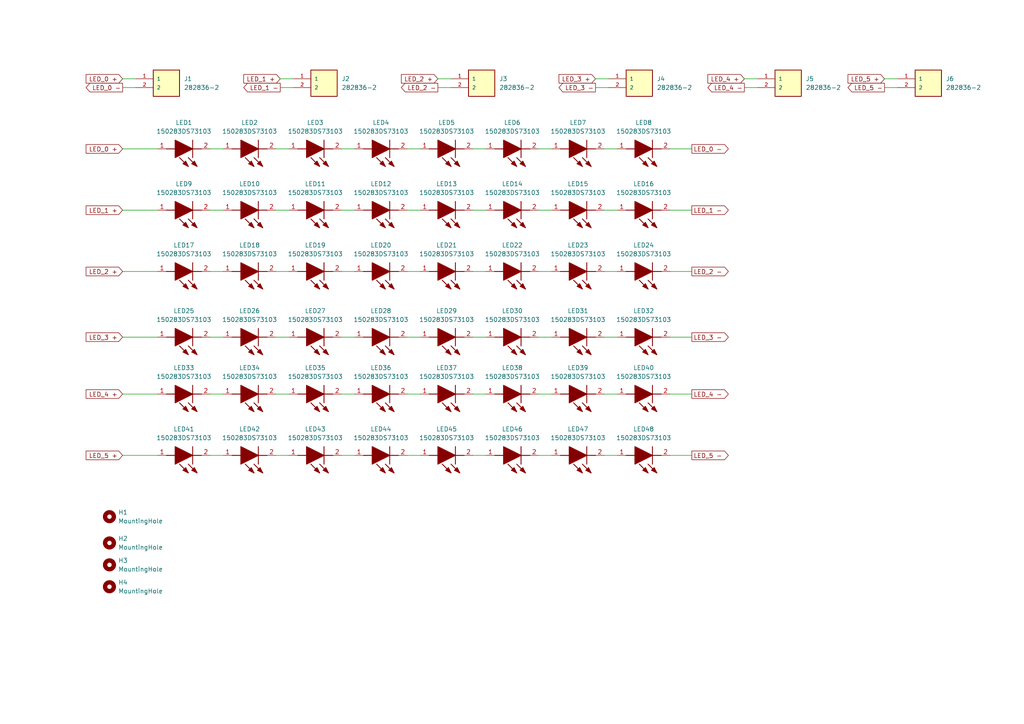
<source format=kicad_sch>
(kicad_sch (version 20230121) (generator eeschema)
  (paper "A4")
  (lib_symbols
    (symbol "150283DS73103:150283DS73103" (pin_names hide)
      (property "Reference" "LED" (at 12.7 8.89 0))
      (property "Value" "150283DS73103" (at 12.7 6.35 0))
      (symbol "150283DS73103_1_1"
        (polyline (pts (xy 2.54 0) (xy 5.08 0)) (stroke (width 0.254)))
        (polyline (pts (xy 5.08 2.54) (xy 5.08 -2.54)) (stroke (width 0.254)))
        (polyline (pts (xy 6.35 2.54) (xy 3.81 5.08)) (stroke (width 0.254)))
        (polyline (pts (xy 8.89 2.54) (xy 6.35 5.08)) (stroke (width 0.254)))
        (polyline (pts (xy 10.16 0) (xy 12.7 0)) (stroke (width 0.254)))
        (polyline (pts (xy 5.08 0) (xy 10.16 2.54) (xy 10.16 -2.54) (xy 5.08 0)) (stroke (width 0.254)) (fill (type outline)))
        (polyline (pts (xy 5.334 4.318) (xy 4.572 3.556) (xy 3.81 5.08) (xy 5.334 4.318)) (stroke (width 0.254)) (fill (type outline)))
        (polyline (pts (xy 7.874 4.318) (xy 7.112 3.556) (xy 6.35 5.08) (xy 7.874 4.318)) (stroke (width 0.254)) (fill (type outline)))
        (pin passive line (at 15.24 0 180) (length 2.54) (name "A") (number "1"))
        (pin passive line (at 0 0 0) (length 2.54) (name "K") (number "2"))
      )
    )
    (symbol "282836-2:282836-2" (pin_names (offset 1.016))
      (property "Reference" "J" (at 0 6.35 0))
      (property "Value" "282836-2" (at 0 -5.08 0))
      (symbol "282836-2_0_0"
        (rectangle (start 0 -2.54) (end 7.62 5.08) (stroke (width 0.254)) (fill (type background)))
        (pin passive line (at -5.08 2.54 0) (length 5.08) (name "1") (number "1"))
        (pin passive line (at -5.08 0 0) (length 5.08) (name "2") (number "2"))
      )
    )
    (symbol "Mechanical:MountingHole" (pin_names (offset 1.016))
      (property "Reference" "H" (at 0 5.08 0))
      (property "Value" "MountingHole" (at 0 3.175 0))
      (symbol "MountingHole_0_1"
        (circle (center 0 0) (radius 1.27) (stroke (width 1.27)))
      )
    )
  )
  (wire (pts (xy 35.56 78.74) (xy 45.72 78.74)))
  (wire (pts (xy 60.96 114.3) (xy 64.77 114.3)))
  (wire (pts (xy 60.96 78.74) (xy 64.77 78.74)))
  (wire (pts (xy 81.28 25.4) (xy 85.09 25.4)))
  (wire (pts (xy 156.21 43.18) (xy 160.02 43.18)))
  (wire (pts (xy 137.16 97.79) (xy 140.97 97.79)))
  (wire (pts (xy 99.06 132.08) (xy 102.87 132.08)))
  (wire (pts (xy 194.31 132.08) (xy 200.66 132.08)))
  (wire (pts (xy 81.28 22.86) (xy 85.09 22.86)))
  (wire (pts (xy 256.54 25.4) (xy 260.35 25.4)))
  (wire (pts (xy 175.26 132.08) (xy 179.07 132.08)))
  (wire (pts (xy 175.26 97.79) (xy 179.07 97.79)))
  (wire (pts (xy 156.21 60.96) (xy 160.02 60.96)))
  (wire (pts (xy 118.11 97.79) (xy 121.92 97.79)))
  (wire (pts (xy 156.21 97.79) (xy 160.02 97.79)))
  (wire (pts (xy 60.96 43.18) (xy 64.77 43.18)))
  (wire (pts (xy 35.56 22.86) (xy 39.37 22.86)))
  (wire (pts (xy 35.56 114.3) (xy 45.72 114.3)))
  (wire (pts (xy 118.11 78.74) (xy 121.92 78.74)))
  (wire (pts (xy 194.31 60.96) (xy 200.66 60.96)))
  (wire (pts (xy 194.31 43.18) (xy 200.66 43.18)))
  (wire (pts (xy 80.01 43.18) (xy 83.82 43.18)))
  (wire (pts (xy 99.06 43.18) (xy 102.87 43.18)))
  (wire (pts (xy 256.54 22.86) (xy 260.35 22.86)))
  (wire (pts (xy 172.72 22.86) (xy 176.53 22.86)))
  (wire (pts (xy 127 25.4) (xy 130.81 25.4)))
  (wire (pts (xy 175.26 78.74) (xy 179.07 78.74)))
  (wire (pts (xy 118.11 132.08) (xy 121.92 132.08)))
  (wire (pts (xy 137.16 78.74) (xy 140.97 78.74)))
  (wire (pts (xy 156.21 114.3) (xy 160.02 114.3)))
  (wire (pts (xy 118.11 43.18) (xy 121.92 43.18)))
  (wire (pts (xy 137.16 60.96) (xy 140.97 60.96)))
  (wire (pts (xy 60.96 60.96) (xy 64.77 60.96)))
  (wire (pts (xy 80.01 114.3) (xy 83.82 114.3)))
  (wire (pts (xy 80.01 97.79) (xy 83.82 97.79)))
  (wire (pts (xy 137.16 43.18) (xy 140.97 43.18)))
  (wire (pts (xy 156.21 132.08) (xy 160.02 132.08)))
  (wire (pts (xy 99.06 78.74) (xy 102.87 78.74)))
  (wire (pts (xy 172.72 25.4) (xy 176.53 25.4)))
  (wire (pts (xy 127 22.86) (xy 130.81 22.86)))
  (wire (pts (xy 35.56 25.4) (xy 39.37 25.4)))
  (wire (pts (xy 99.06 114.3) (xy 102.87 114.3)))
  (wire (pts (xy 156.21 78.74) (xy 160.02 78.74)))
  (wire (pts (xy 99.06 60.96) (xy 102.87 60.96)))
  (wire (pts (xy 175.26 60.96) (xy 179.07 60.96)))
  (wire (pts (xy 35.56 132.08) (xy 45.72 132.08)))
  (wire (pts (xy 60.96 132.08) (xy 64.77 132.08)))
  (wire (pts (xy 137.16 132.08) (xy 140.97 132.08)))
  (wire (pts (xy 80.01 78.74) (xy 83.82 78.74)))
  (wire (pts (xy 35.56 97.79) (xy 45.72 97.79)))
  (wire (pts (xy 215.9 25.4) (xy 219.71 25.4)))
  (wire (pts (xy 118.11 60.96) (xy 121.92 60.96)))
  (wire (pts (xy 175.26 114.3) (xy 179.07 114.3)))
  (wire (pts (xy 194.31 97.79) (xy 200.66 97.79)))
  (wire (pts (xy 80.01 132.08) (xy 83.82 132.08)))
  (wire (pts (xy 194.31 114.3) (xy 200.66 114.3)))
  (wire (pts (xy 35.56 43.18) (xy 45.72 43.18)))
  (wire (pts (xy 60.96 97.79) (xy 64.77 97.79)))
  (wire (pts (xy 118.11 114.3) (xy 121.92 114.3)))
  (wire (pts (xy 175.26 43.18) (xy 179.07 43.18)))
  (wire (pts (xy 194.31 78.74) (xy 200.66 78.74)))
  (wire (pts (xy 80.01 60.96) (xy 83.82 60.96)))
  (wire (pts (xy 99.06 97.79) (xy 102.87 97.79)))
  (wire (pts (xy 137.16 114.3) (xy 140.97 114.3)))
  (wire (pts (xy 215.9 22.86) (xy 219.71 22.86)))
  (wire (pts (xy 35.56 60.96) (xy 45.72 60.96)))
  (global_label "LED_4 -" (shape output) (at 200.66 114.3 0) (property "Intersheetrefs" "${INTERSHEET_REFS}" (effects hide)))
  (global_label "LED_4 +" (shape input) (at 215.9 22.86 180) (property "Intersheetrefs" "${INTERSHEET_REFS}" (effects hide)))
  (global_label "LED_1 -" (shape output) (at 81.28 25.4 180) (property "Intersheetrefs" "${INTERSHEET_REFS}" (effects hide)))
  (global_label "LED_4 +" (shape input) (at 35.56 114.3 180) (property "Intersheetrefs" "${INTERSHEET_REFS}" (effects hide)))
  (global_label "LED_3 -" (shape output) (at 200.66 97.79 0) (property "Intersheetrefs" "${INTERSHEET_REFS}" (effects hide)))
  (global_label "LED_3 +" (shape input) (at 35.56 97.79 180) (property "Intersheetrefs" "${INTERSHEET_REFS}" (effects hide)))
  (global_label "LED_5 +" (shape input) (at 256.54 22.86 180) (property "Intersheetrefs" "${INTERSHEET_REFS}" (effects hide)))
  (global_label "LED_0 +" (shape input) (at 35.56 43.18 180) (property "Intersheetrefs" "${INTERSHEET_REFS}" (effects hide)))
  (global_label "LED_4 -" (shape output) (at 215.9 25.4 180) (property "Intersheetrefs" "${INTERSHEET_REFS}" (effects hide)))
  (global_label "LED_2 +" (shape input) (at 35.56 78.74 180) (property "Intersheetrefs" "${INTERSHEET_REFS}" (effects hide)))
  (global_label "LED_2 -" (shape output) (at 127 25.4 180) (property "Intersheetrefs" "${INTERSHEET_REFS}" (effects hide)))
  (global_label "LED_3 -" (shape output) (at 172.72 25.4 180) (property "Intersheetrefs" "${INTERSHEET_REFS}" (effects hide)))
  (global_label "LED_1 +" (shape input) (at 35.56 60.96 180) (property "Intersheetrefs" "${INTERSHEET_REFS}" (effects hide)))
  (global_label "LED_5 -" (shape output) (at 200.66 132.08 0) (property "Intersheetrefs" "${INTERSHEET_REFS}" (effects hide)))
  (global_label "LED_5 +" (shape input) (at 35.56 132.08 180) (property "Intersheetrefs" "${INTERSHEET_REFS}" (effects hide)))
  (global_label "LED_1 +" (shape input) (at 81.28 22.86 180) (property "Intersheetrefs" "${INTERSHEET_REFS}" (effects hide)))
  (global_label "LED_5 -" (shape output) (at 256.54 25.4 180) (property "Intersheetrefs" "${INTERSHEET_REFS}" (effects hide)))
  (global_label "LED_2 -" (shape output) (at 200.66 78.74 0) (property "Intersheetrefs" "${INTERSHEET_REFS}" (effects hide)))
  (global_label "LED_0 -" (shape output) (at 35.56 25.4 180) (property "Intersheetrefs" "${INTERSHEET_REFS}" (effects hide)))
  (global_label "LED_2 +" (shape input) (at 127 22.86 180) (property "Intersheetrefs" "${INTERSHEET_REFS}" (effects hide)))
  (global_label "LED_1 -" (shape output) (at 200.66 60.96 0) (property "Intersheetrefs" "${INTERSHEET_REFS}" (effects hide)))
  (global_label "LED_0 +" (shape input) (at 35.56 22.86 180) (property "Intersheetrefs" "${INTERSHEET_REFS}" (effects hide)))
  (global_label "LED_3 +" (shape input) (at 172.72 22.86 180) (property "Intersheetrefs" "${INTERSHEET_REFS}" (effects hide)))
  (global_label "LED_0 -" (shape output) (at 200.66 43.18 0) (property "Intersheetrefs" "${INTERSHEET_REFS}" (effects hide)))
  (symbol (lib_id "150283DS73103:150283DS73103") (at 137.16 97.79 180) (unit 1)
    (property "Reference" "LED29" (at 129.54 90.17 0))
    (property "Value" "150283DS73103" (at 129.54 92.71 0))
    (property "Footprint" "150283DS73103" (effects hide))
    (property "Datasheet" "https://www.mouser.jp/datasheet/2/445/150283DS73103-1838914.pdf" (effects hide))
    (property "Height" "0.85" (effects hide))
    (property "Mouser Part Number" "710-150283DS73103" (effects hide))
    (property "Mouser Price/Stock" "https://www.mouser.co.uk/ProductDetail/Wurth-Elektronik/150283DS73103/?qs=GedFDFLaBXFC8uVfOF%252Bhgw%3D%3D" (effects hide))
    (property "Manufacturer_Name" "Wurth Elektronik" (effects hide))
    (property "Manufacturer_Part_Number" "150283DS73103" (effects hide))
  )
  (symbol (lib_id "282836-2:282836-2") (at 265.43 25.4 0) (unit 1)
    (property "Reference" "J6" (at 274.32 22.86 0) (effects (justify left)))
    (property "Value" "282836-2" (at 274.32 25.4 0) (effects (justify left)))
    (property "Footprint" "282836_2:TE_282836-2" (effects hide))
    (property "Comment" "282836-2" (effects hide))
    (property "MF" "TE Connectivity" (effects hide))
    (property "Purchase-URL" "https://pricing.snapeda.com/search/part/282836-2/?ref=eda" (effects hide))
    (property "Package" "None" (effects hide))
    (property "Price" "None" (effects hide))
    (property "MP" "282836-2" (effects hide))
    (property "Availability" "In Stock" (effects hide))
    (property "Description" "Connector, Terminal Block; Wire Receptacle; 2 Pos.; 16-30 AWG; 0.197 in. CL; Sid" (effects hide))
  )
  (symbol (lib_id "150283DS73103:150283DS73103") (at 99.06 97.79 180) (unit 1)
    (property "Reference" "LED27" (at 91.44 90.17 0))
    (property "Value" "150283DS73103" (at 91.44 92.71 0))
    (property "Footprint" "150283DS73103" (effects hide))
    (property "Datasheet" "https://www.mouser.jp/datasheet/2/445/150283DS73103-1838914.pdf" (effects hide))
    (property "Height" "0.85" (effects hide))
    (property "Mouser Part Number" "710-150283DS73103" (effects hide))
    (property "Mouser Price/Stock" "https://www.mouser.co.uk/ProductDetail/Wurth-Elektronik/150283DS73103/?qs=GedFDFLaBXFC8uVfOF%252Bhgw%3D%3D" (effects hide))
    (property "Manufacturer_Name" "Wurth Elektronik" (effects hide))
    (property "Manufacturer_Part_Number" "150283DS73103" (effects hide))
  )
  (symbol (lib_id "150283DS73103:150283DS73103") (at 194.31 60.96 180) (unit 1)
    (property "Reference" "LED16" (at 186.69 53.34 0))
    (property "Value" "150283DS73103" (at 186.69 55.88 0))
    (property "Footprint" "150283DS73103" (effects hide))
    (property "Datasheet" "https://www.mouser.jp/datasheet/2/445/150283DS73103-1838914.pdf" (effects hide))
    (property "Height" "0.85" (effects hide))
    (property "Mouser Part Number" "710-150283DS73103" (effects hide))
    (property "Mouser Price/Stock" "https://www.mouser.co.uk/ProductDetail/Wurth-Elektronik/150283DS73103/?qs=GedFDFLaBXFC8uVfOF%252Bhgw%3D%3D" (effects hide))
    (property "Manufacturer_Name" "Wurth Elektronik" (effects hide))
    (property "Manufacturer_Part_Number" "150283DS73103" (effects hide))
  )
  (symbol (lib_id "150283DS73103:150283DS73103") (at 156.21 78.74 180) (unit 1)
    (property "Reference" "LED22" (at 148.59 71.12 0))
    (property "Value" "150283DS73103" (at 148.59 73.66 0))
    (property "Footprint" "150283DS73103" (effects hide))
    (property "Datasheet" "https://www.mouser.jp/datasheet/2/445/150283DS73103-1838914.pdf" (effects hide))
    (property "Height" "0.85" (effects hide))
    (property "Mouser Part Number" "710-150283DS73103" (effects hide))
    (property "Mouser Price/Stock" "https://www.mouser.co.uk/ProductDetail/Wurth-Elektronik/150283DS73103/?qs=GedFDFLaBXFC8uVfOF%252Bhgw%3D%3D" (effects hide))
    (property "Manufacturer_Name" "Wurth Elektronik" (effects hide))
    (property "Manufacturer_Part_Number" "150283DS73103" (effects hide))
  )
  (symbol (lib_id "Mechanical:MountingHole") (at 31.75 157.48 0) (unit 1)
    (property "Reference" "H2" (at 34.29 156.21 0) (effects (justify left)))
    (property "Value" "MountingHole" (at 34.29 158.75 0) (effects (justify left)))
    (property "Footprint" "MountingHole:MountingHole_2.2mm_M2" (effects hide))
  )
  (symbol (lib_id "150283DS73103:150283DS73103") (at 156.21 97.79 180) (unit 1)
    (property "Reference" "LED30" (at 148.59 90.17 0))
    (property "Value" "150283DS73103" (at 148.59 92.71 0))
    (property "Footprint" "150283DS73103" (effects hide))
    (property "Datasheet" "https://www.mouser.jp/datasheet/2/445/150283DS73103-1838914.pdf" (effects hide))
    (property "Height" "0.85" (effects hide))
    (property "Mouser Part Number" "710-150283DS73103" (effects hide))
    (property "Mouser Price/Stock" "https://www.mouser.co.uk/ProductDetail/Wurth-Elektronik/150283DS73103/?qs=GedFDFLaBXFC8uVfOF%252Bhgw%3D%3D" (effects hide))
    (property "Manufacturer_Name" "Wurth Elektronik" (effects hide))
    (property "Manufacturer_Part_Number" "150283DS73103" (effects hide))
  )
  (symbol (lib_id "150283DS73103:150283DS73103") (at 194.31 78.74 180) (unit 1)
    (property "Reference" "LED24" (at 186.69 71.12 0))
    (property "Value" "150283DS73103" (at 186.69 73.66 0))
    (property "Footprint" "150283DS73103" (effects hide))
    (property "Datasheet" "https://www.mouser.jp/datasheet/2/445/150283DS73103-1838914.pdf" (effects hide))
    (property "Height" "0.85" (effects hide))
    (property "Mouser Part Number" "710-150283DS73103" (effects hide))
    (property "Mouser Price/Stock" "https://www.mouser.co.uk/ProductDetail/Wurth-Elektronik/150283DS73103/?qs=GedFDFLaBXFC8uVfOF%252Bhgw%3D%3D" (effects hide))
    (property "Manufacturer_Name" "Wurth Elektronik" (effects hide))
    (property "Manufacturer_Part_Number" "150283DS73103" (effects hide))
  )
  (symbol (lib_id "150283DS73103:150283DS73103") (at 80.01 97.79 180) (unit 1)
    (property "Reference" "LED26" (at 72.39 90.17 0))
    (property "Value" "150283DS73103" (at 72.39 92.71 0))
    (property "Footprint" "150283DS73103" (effects hide))
    (property "Datasheet" "https://www.mouser.jp/datasheet/2/445/150283DS73103-1838914.pdf" (effects hide))
    (property "Height" "0.85" (effects hide))
    (property "Mouser Part Number" "710-150283DS73103" (effects hide))
    (property "Mouser Price/Stock" "https://www.mouser.co.uk/ProductDetail/Wurth-Elektronik/150283DS73103/?qs=GedFDFLaBXFC8uVfOF%252Bhgw%3D%3D" (effects hide))
    (property "Manufacturer_Name" "Wurth Elektronik" (effects hide))
    (property "Manufacturer_Part_Number" "150283DS73103" (effects hide))
  )
  (symbol (lib_id "Mechanical:MountingHole") (at 31.75 163.83 0) (unit 1)
    (property "Reference" "H3" (at 34.29 162.56 0) (effects (justify left)))
    (property "Value" "MountingHole" (at 34.29 165.1 0) (effects (justify left)))
    (property "Footprint" "MountingHole:MountingHole_2.2mm_M2" (effects hide))
  )
  (symbol (lib_id "150283DS73103:150283DS73103") (at 137.16 132.08 180) (unit 1)
    (property "Reference" "LED45" (at 129.54 124.46 0))
    (property "Value" "150283DS73103" (at 129.54 127 0))
    (property "Footprint" "150283DS73103" (effects hide))
    (property "Datasheet" "https://www.mouser.jp/datasheet/2/445/150283DS73103-1838914.pdf" (effects hide))
    (property "Height" "0.85" (effects hide))
    (property "Mouser Part Number" "710-150283DS73103" (effects hide))
    (property "Mouser Price/Stock" "https://www.mouser.co.uk/ProductDetail/Wurth-Elektronik/150283DS73103/?qs=GedFDFLaBXFC8uVfOF%252Bhgw%3D%3D" (effects hide))
    (property "Manufacturer_Name" "Wurth Elektronik" (effects hide))
    (property "Manufacturer_Part_Number" "150283DS73103" (effects hide))
  )
  (symbol (lib_id "150283DS73103:150283DS73103") (at 175.26 132.08 180) (unit 1)
    (property "Reference" "LED47" (at 167.64 124.46 0))
    (property "Value" "150283DS73103" (at 167.64 127 0))
    (property "Footprint" "150283DS73103" (effects hide))
    (property "Datasheet" "https://www.mouser.jp/datasheet/2/445/150283DS73103-1838914.pdf" (effects hide))
    (property "Height" "0.85" (effects hide))
    (property "Mouser Part Number" "710-150283DS73103" (effects hide))
    (property "Mouser Price/Stock" "https://www.mouser.co.uk/ProductDetail/Wurth-Elektronik/150283DS73103/?qs=GedFDFLaBXFC8uVfOF%252Bhgw%3D%3D" (effects hide))
    (property "Manufacturer_Name" "Wurth Elektronik" (effects hide))
    (property "Manufacturer_Part_Number" "150283DS73103" (effects hide))
  )
  (symbol (lib_id "150283DS73103:150283DS73103") (at 175.26 97.79 180) (unit 1)
    (property "Reference" "LED31" (at 167.64 90.17 0))
    (property "Value" "150283DS73103" (at 167.64 92.71 0))
    (property "Footprint" "150283DS73103" (effects hide))
    (property "Datasheet" "https://www.mouser.jp/datasheet/2/445/150283DS73103-1838914.pdf" (effects hide))
    (property "Height" "0.85" (effects hide))
    (property "Mouser Part Number" "710-150283DS73103" (effects hide))
    (property "Mouser Price/Stock" "https://www.mouser.co.uk/ProductDetail/Wurth-Elektronik/150283DS73103/?qs=GedFDFLaBXFC8uVfOF%252Bhgw%3D%3D" (effects hide))
    (property "Manufacturer_Name" "Wurth Elektronik" (effects hide))
    (property "Manufacturer_Part_Number" "150283DS73103" (effects hide))
  )
  (symbol (lib_id "150283DS73103:150283DS73103") (at 60.96 132.08 180) (unit 1)
    (property "Reference" "LED41" (at 53.34 124.46 0))
    (property "Value" "150283DS73103" (at 53.34 127 0))
    (property "Footprint" "150283DS73103" (effects hide))
    (property "Datasheet" "https://www.mouser.jp/datasheet/2/445/150283DS73103-1838914.pdf" (effects hide))
    (property "Height" "0.85" (effects hide))
    (property "Mouser Part Number" "710-150283DS73103" (effects hide))
    (property "Mouser Price/Stock" "https://www.mouser.co.uk/ProductDetail/Wurth-Elektronik/150283DS73103/?qs=GedFDFLaBXFC8uVfOF%252Bhgw%3D%3D" (effects hide))
    (property "Manufacturer_Name" "Wurth Elektronik" (effects hide))
    (property "Manufacturer_Part_Number" "150283DS73103" (effects hide))
  )
  (symbol (lib_id "150283DS73103:150283DS73103") (at 99.06 114.3 180) (unit 1)
    (property "Reference" "LED35" (at 91.44 106.68 0))
    (property "Value" "150283DS73103" (at 91.44 109.22 0))
    (property "Footprint" "150283DS73103" (effects hide))
    (property "Datasheet" "https://www.mouser.jp/datasheet/2/445/150283DS73103-1838914.pdf" (effects hide))
    (property "Height" "0.85" (effects hide))
    (property "Mouser Part Number" "710-150283DS73103" (effects hide))
    (property "Mouser Price/Stock" "https://www.mouser.co.uk/ProductDetail/Wurth-Elektronik/150283DS73103/?qs=GedFDFLaBXFC8uVfOF%252Bhgw%3D%3D" (effects hide))
    (property "Manufacturer_Name" "Wurth Elektronik" (effects hide))
    (property "Manufacturer_Part_Number" "150283DS73103" (effects hide))
  )
  (symbol (lib_id "150283DS73103:150283DS73103") (at 80.01 60.96 180) (unit 1)
    (property "Reference" "LED10" (at 72.39 53.34 0))
    (property "Value" "150283DS73103" (at 72.39 55.88 0))
    (property "Footprint" "150283DS73103" (effects hide))
    (property "Datasheet" "https://www.mouser.jp/datasheet/2/445/150283DS73103-1838914.pdf" (effects hide))
    (property "Height" "0.85" (effects hide))
    (property "Mouser Part Number" "710-150283DS73103" (effects hide))
    (property "Mouser Price/Stock" "https://www.mouser.co.uk/ProductDetail/Wurth-Elektronik/150283DS73103/?qs=GedFDFLaBXFC8uVfOF%252Bhgw%3D%3D" (effects hide))
    (property "Manufacturer_Name" "Wurth Elektronik" (effects hide))
    (property "Manufacturer_Part_Number" "150283DS73103" (effects hide))
  )
  (symbol (lib_id "282836-2:282836-2") (at 135.89 25.4 0) (unit 1)
    (property "Reference" "J3" (at 144.78 22.86 0) (effects (justify left)))
    (property "Value" "282836-2" (at 144.78 25.4 0) (effects (justify left)))
    (property "Footprint" "282836_2:TE_282836-2" (effects hide))
    (property "Comment" "282836-2" (effects hide))
    (property "MF" "TE Connectivity" (effects hide))
    (property "Purchase-URL" "https://pricing.snapeda.com/search/part/282836-2/?ref=eda" (effects hide))
    (property "Package" "None" (effects hide))
    (property "Price" "None" (effects hide))
    (property "MP" "282836-2" (effects hide))
    (property "Availability" "In Stock" (effects hide))
    (property "Description" "Connector, Terminal Block; Wire Receptacle; 2 Pos.; 16-30 AWG; 0.197 in. CL; Sid" (effects hide))
  )
  (symbol (lib_id "150283DS73103:150283DS73103") (at 99.06 43.18 180) (unit 1)
    (property "Reference" "LED3" (at 91.44 35.56 0))
    (property "Value" "150283DS73103" (at 91.44 38.1 0))
    (property "Footprint" "150283DS73103" (effects hide))
    (property "Datasheet" "https://www.mouser.jp/datasheet/2/445/150283DS73103-1838914.pdf" (effects hide))
    (property "Height" "0.85" (effects hide))
    (property "Mouser Part Number" "710-150283DS73103" (effects hide))
    (property "Mouser Price/Stock" "https://www.mouser.co.uk/ProductDetail/Wurth-Elektronik/150283DS73103/?qs=GedFDFLaBXFC8uVfOF%252Bhgw%3D%3D" (effects hide))
    (property "Manufacturer_Name" "Wurth Elektronik" (effects hide))
    (property "Manufacturer_Part_Number" "150283DS73103" (effects hide))
  )
  (symbol (lib_id "150283DS73103:150283DS73103") (at 80.01 43.18 180) (unit 1)
    (property "Reference" "LED2" (at 72.39 35.56 0))
    (property "Value" "150283DS73103" (at 72.39 38.1 0))
    (property "Footprint" "150283DS73103" (effects hide))
    (property "Datasheet" "https://www.mouser.jp/datasheet/2/445/150283DS73103-1838914.pdf" (effects hide))
    (property "Height" "0.85" (effects hide))
    (property "Mouser Part Number" "710-150283DS73103" (effects hide))
    (property "Mouser Price/Stock" "https://www.mouser.co.uk/ProductDetail/Wurth-Elektronik/150283DS73103/?qs=GedFDFLaBXFC8uVfOF%252Bhgw%3D%3D" (effects hide))
    (property "Manufacturer_Name" "Wurth Elektronik" (effects hide))
    (property "Manufacturer_Part_Number" "150283DS73103" (effects hide))
  )
  (symbol (lib_id "150283DS73103:150283DS73103") (at 60.96 60.96 180) (unit 1)
    (property "Reference" "LED9" (at 53.34 53.34 0))
    (property "Value" "150283DS73103" (at 53.34 55.88 0))
    (property "Footprint" "150283DS73103" (effects hide))
    (property "Datasheet" "https://www.mouser.jp/datasheet/2/445/150283DS73103-1838914.pdf" (effects hide))
    (property "Height" "0.85" (effects hide))
    (property "Mouser Part Number" "710-150283DS73103" (effects hide))
    (property "Mouser Price/Stock" "https://www.mouser.co.uk/ProductDetail/Wurth-Elektronik/150283DS73103/?qs=GedFDFLaBXFC8uVfOF%252Bhgw%3D%3D" (effects hide))
    (property "Manufacturer_Name" "Wurth Elektronik" (effects hide))
    (property "Manufacturer_Part_Number" "150283DS73103" (effects hide))
  )
  (symbol (lib_id "282836-2:282836-2") (at 224.79 25.4 0) (unit 1)
    (property "Reference" "J5" (at 233.68 22.86 0) (effects (justify left)))
    (property "Value" "282836-2" (at 233.68 25.4 0) (effects (justify left)))
    (property "Footprint" "282836_2:TE_282836-2" (effects hide))
    (property "Comment" "282836-2" (effects hide))
    (property "MF" "TE Connectivity" (effects hide))
    (property "Purchase-URL" "https://pricing.snapeda.com/search/part/282836-2/?ref=eda" (effects hide))
    (property "Package" "None" (effects hide))
    (property "Price" "None" (effects hide))
    (property "MP" "282836-2" (effects hide))
    (property "Availability" "In Stock" (effects hide))
    (property "Description" "Connector, Terminal Block; Wire Receptacle; 2 Pos.; 16-30 AWG; 0.197 in. CL; Sid" (effects hide))
  )
  (symbol (lib_id "282836-2:282836-2") (at 44.45 25.4 0) (unit 1)
    (property "Reference" "J1" (at 53.34 22.86 0) (effects (justify left)))
    (property "Value" "282836-2" (at 53.34 25.4 0) (effects (justify left)))
    (property "Footprint" "282836_2:TE_282836-2" (effects hide))
    (property "Comment" "282836-2" (effects hide))
    (property "MF" "TE Connectivity" (effects hide))
    (property "Purchase-URL" "https://pricing.snapeda.com/search/part/282836-2/?ref=eda" (effects hide))
    (property "Package" "None" (effects hide))
    (property "Price" "None" (effects hide))
    (property "MP" "282836-2" (effects hide))
    (property "Availability" "In Stock" (effects hide))
    (property "Description" "Connector, Terminal Block; Wire Receptacle; 2 Pos.; 16-30 AWG; 0.197 in. CL; Sid" (effects hide))
  )
  (symbol (lib_id "282836-2:282836-2") (at 90.17 25.4 0) (unit 1)
    (property "Reference" "J2" (at 99.06 22.86 0) (effects (justify left)))
    (property "Value" "282836-2" (at 99.06 25.4 0) (effects (justify left)))
    (property "Footprint" "282836_2:TE_282836-2" (effects hide))
    (property "Comment" "282836-2" (effects hide))
    (property "MF" "TE Connectivity" (effects hide))
    (property "Purchase-URL" "https://pricing.snapeda.com/search/part/282836-2/?ref=eda" (effects hide))
    (property "Package" "None" (effects hide))
    (property "Price" "None" (effects hide))
    (property "MP" "282836-2" (effects hide))
    (property "Availability" "In Stock" (effects hide))
    (property "Description" "Connector, Terminal Block; Wire Receptacle; 2 Pos.; 16-30 AWG; 0.197 in. CL; Sid" (effects hide))
  )
  (symbol (lib_id "150283DS73103:150283DS73103") (at 137.16 60.96 180) (unit 1)
    (property "Reference" "LED13" (at 129.54 53.34 0))
    (property "Value" "150283DS73103" (at 129.54 55.88 0))
    (property "Footprint" "150283DS73103" (effects hide))
    (property "Datasheet" "https://www.mouser.jp/datasheet/2/445/150283DS73103-1838914.pdf" (effects hide))
    (property "Height" "0.85" (effects hide))
    (property "Mouser Part Number" "710-150283DS73103" (effects hide))
    (property "Mouser Price/Stock" "https://www.mouser.co.uk/ProductDetail/Wurth-Elektronik/150283DS73103/?qs=GedFDFLaBXFC8uVfOF%252Bhgw%3D%3D" (effects hide))
    (property "Manufacturer_Name" "Wurth Elektronik" (effects hide))
    (property "Manufacturer_Part_Number" "150283DS73103" (effects hide))
  )
  (symbol (lib_id "150283DS73103:150283DS73103") (at 156.21 132.08 180) (unit 1)
    (property "Reference" "LED46" (at 148.59 124.46 0))
    (property "Value" "150283DS73103" (at 148.59 127 0))
    (property "Footprint" "150283DS73103" (effects hide))
    (property "Datasheet" "https://www.mouser.jp/datasheet/2/445/150283DS73103-1838914.pdf" (effects hide))
    (property "Height" "0.85" (effects hide))
    (property "Mouser Part Number" "710-150283DS73103" (effects hide))
    (property "Mouser Price/Stock" "https://www.mouser.co.uk/ProductDetail/Wurth-Elektronik/150283DS73103/?qs=GedFDFLaBXFC8uVfOF%252Bhgw%3D%3D" (effects hide))
    (property "Manufacturer_Name" "Wurth Elektronik" (effects hide))
    (property "Manufacturer_Part_Number" "150283DS73103" (effects hide))
  )
  (symbol (lib_id "150283DS73103:150283DS73103") (at 80.01 114.3 180) (unit 1)
    (property "Reference" "LED34" (at 72.39 106.68 0))
    (property "Value" "150283DS73103" (at 72.39 109.22 0))
    (property "Footprint" "150283DS73103" (effects hide))
    (property "Datasheet" "https://www.mouser.jp/datasheet/2/445/150283DS73103-1838914.pdf" (effects hide))
    (property "Height" "0.85" (effects hide))
    (property "Mouser Part Number" "710-150283DS73103" (effects hide))
    (property "Mouser Price/Stock" "https://www.mouser.co.uk/ProductDetail/Wurth-Elektronik/150283DS73103/?qs=GedFDFLaBXFC8uVfOF%252Bhgw%3D%3D" (effects hide))
    (property "Manufacturer_Name" "Wurth Elektronik" (effects hide))
    (property "Manufacturer_Part_Number" "150283DS73103" (effects hide))
  )
  (symbol (lib_id "150283DS73103:150283DS73103") (at 118.11 60.96 180) (unit 1)
    (property "Reference" "LED12" (at 110.49 53.34 0))
    (property "Value" "150283DS73103" (at 110.49 55.88 0))
    (property "Footprint" "150283DS73103" (effects hide))
    (property "Datasheet" "https://www.mouser.jp/datasheet/2/445/150283DS73103-1838914.pdf" (effects hide))
    (property "Height" "0.85" (effects hide))
    (property "Mouser Part Number" "710-150283DS73103" (effects hide))
    (property "Mouser Price/Stock" "https://www.mouser.co.uk/ProductDetail/Wurth-Elektronik/150283DS73103/?qs=GedFDFLaBXFC8uVfOF%252Bhgw%3D%3D" (effects hide))
    (property "Manufacturer_Name" "Wurth Elektronik" (effects hide))
    (property "Manufacturer_Part_Number" "150283DS73103" (effects hide))
  )
  (symbol (lib_id "150283DS73103:150283DS73103") (at 118.11 43.18 180) (unit 1)
    (property "Reference" "LED4" (at 110.49 35.56 0))
    (property "Value" "150283DS73103" (at 110.49 38.1 0))
    (property "Footprint" "150283DS73103" (effects hide))
    (property "Datasheet" "https://www.mouser.jp/datasheet/2/445/150283DS73103-1838914.pdf" (effects hide))
    (property "Height" "0.85" (effects hide))
    (property "Mouser Part Number" "710-150283DS73103" (effects hide))
    (property "Mouser Price/Stock" "https://www.mouser.co.uk/ProductDetail/Wurth-Elektronik/150283DS73103/?qs=GedFDFLaBXFC8uVfOF%252Bhgw%3D%3D" (effects hide))
    (property "Manufacturer_Name" "Wurth Elektronik" (effects hide))
    (property "Manufacturer_Part_Number" "150283DS73103" (effects hide))
  )
  (symbol (lib_id "150283DS73103:150283DS73103") (at 194.31 132.08 180) (unit 1)
    (property "Reference" "LED48" (at 186.69 124.46 0))
    (property "Value" "150283DS73103" (at 186.69 127 0))
    (property "Footprint" "150283DS73103" (effects hide))
    (property "Datasheet" "https://www.mouser.jp/datasheet/2/445/150283DS73103-1838914.pdf" (effects hide))
    (property "Height" "0.85" (effects hide))
    (property "Mouser Part Number" "710-150283DS73103" (effects hide))
    (property "Mouser Price/Stock" "https://www.mouser.co.uk/ProductDetail/Wurth-Elektronik/150283DS73103/?qs=GedFDFLaBXFC8uVfOF%252Bhgw%3D%3D" (effects hide))
    (property "Manufacturer_Name" "Wurth Elektronik" (effects hide))
    (property "Manufacturer_Part_Number" "150283DS73103" (effects hide))
  )
  (symbol (lib_id "150283DS73103:150283DS73103") (at 80.01 78.74 180) (unit 1)
    (property "Reference" "LED18" (at 72.39 71.12 0))
    (property "Value" "150283DS73103" (at 72.39 73.66 0))
    (property "Footprint" "150283DS73103" (effects hide))
    (property "Datasheet" "https://www.mouser.jp/datasheet/2/445/150283DS73103-1838914.pdf" (effects hide))
    (property "Height" "0.85" (effects hide))
    (property "Mouser Part Number" "710-150283DS73103" (effects hide))
    (property "Mouser Price/Stock" "https://www.mouser.co.uk/ProductDetail/Wurth-Elektronik/150283DS73103/?qs=GedFDFLaBXFC8uVfOF%252Bhgw%3D%3D" (effects hide))
    (property "Manufacturer_Name" "Wurth Elektronik" (effects hide))
    (property "Manufacturer_Part_Number" "150283DS73103" (effects hide))
  )
  (symbol (lib_id "150283DS73103:150283DS73103") (at 60.96 43.18 180) (unit 1)
    (property "Reference" "LED1" (at 53.34 35.56 0))
    (property "Value" "150283DS73103" (at 53.34 38.1 0))
    (property "Footprint" "150283DS73103:150283DS73103" (effects hide))
    (property "Datasheet" "https://www.mouser.jp/datasheet/2/445/150283DS73103-1838914.pdf" (effects hide))
    (property "Height" "0.85" (effects hide))
    (property "Mouser Part Number" "710-150283DS73103" (effects hide))
    (property "Mouser Price/Stock" "https://www.mouser.co.uk/ProductDetail/Wurth-Elektronik/150283DS73103/?qs=GedFDFLaBXFC8uVfOF%252Bhgw%3D%3D" (effects hide))
    (property "Manufacturer_Name" "Wurth Elektronik" (effects hide))
    (property "Manufacturer_Part_Number" "150283DS73103" (effects hide))
  )
  (symbol (lib_id "282836-2:282836-2") (at 181.61 25.4 0) (unit 1)
    (property "Reference" "J4" (at 190.5 22.86 0) (effects (justify left)))
    (property "Value" "282836-2" (at 190.5 25.4 0) (effects (justify left)))
    (property "Footprint" "282836_2:TE_282836-2" (effects hide))
    (property "Comment" "282836-2" (effects hide))
    (property "MF" "TE Connectivity" (effects hide))
    (property "Purchase-URL" "https://pricing.snapeda.com/search/part/282836-2/?ref=eda" (effects hide))
    (property "Package" "None" (effects hide))
    (property "Price" "None" (effects hide))
    (property "MP" "282836-2" (effects hide))
    (property "Availability" "In Stock" (effects hide))
    (property "Description" "Connector, Terminal Block; Wire Receptacle; 2 Pos.; 16-30 AWG; 0.197 in. CL; Sid" (effects hide))
  )
  (symbol (lib_id "150283DS73103:150283DS73103") (at 118.11 114.3 180) (unit 1)
    (property "Reference" "LED36" (at 110.49 106.68 0))
    (property "Value" "150283DS73103" (at 110.49 109.22 0))
    (property "Footprint" "150283DS73103" (effects hide))
    (property "Datasheet" "https://www.mouser.jp/datasheet/2/445/150283DS73103-1838914.pdf" (effects hide))
    (property "Height" "0.85" (effects hide))
    (property "Mouser Part Number" "710-150283DS73103" (effects hide))
    (property "Mouser Price/Stock" "https://www.mouser.co.uk/ProductDetail/Wurth-Elektronik/150283DS73103/?qs=GedFDFLaBXFC8uVfOF%252Bhgw%3D%3D" (effects hide))
    (property "Manufacturer_Name" "Wurth Elektronik" (effects hide))
    (property "Manufacturer_Part_Number" "150283DS73103" (effects hide))
  )
  (symbol (lib_id "150283DS73103:150283DS73103") (at 118.11 132.08 180) (unit 1)
    (property "Reference" "LED44" (at 110.49 124.46 0))
    (property "Value" "150283DS73103" (at 110.49 127 0))
    (property "Footprint" "150283DS73103" (effects hide))
    (property "Datasheet" "https://www.mouser.jp/datasheet/2/445/150283DS73103-1838914.pdf" (effects hide))
    (property "Height" "0.85" (effects hide))
    (property "Mouser Part Number" "710-150283DS73103" (effects hide))
    (property "Mouser Price/Stock" "https://www.mouser.co.uk/ProductDetail/Wurth-Elektronik/150283DS73103/?qs=GedFDFLaBXFC8uVfOF%252Bhgw%3D%3D" (effects hide))
    (property "Manufacturer_Name" "Wurth Elektronik" (effects hide))
    (property "Manufacturer_Part_Number" "150283DS73103" (effects hide))
  )
  (symbol (lib_id "150283DS73103:150283DS73103") (at 60.96 78.74 180) (unit 1)
    (property "Reference" "LED17" (at 53.34 71.12 0))
    (property "Value" "150283DS73103" (at 53.34 73.66 0))
    (property "Footprint" "150283DS73103" (effects hide))
    (property "Datasheet" "https://www.mouser.jp/datasheet/2/445/150283DS73103-1838914.pdf" (effects hide))
    (property "Height" "0.85" (effects hide))
    (property "Mouser Part Number" "710-150283DS73103" (effects hide))
    (property "Mouser Price/Stock" "https://www.mouser.co.uk/ProductDetail/Wurth-Elektronik/150283DS73103/?qs=GedFDFLaBXFC8uVfOF%252Bhgw%3D%3D" (effects hide))
    (property "Manufacturer_Name" "Wurth Elektronik" (effects hide))
    (property "Manufacturer_Part_Number" "150283DS73103" (effects hide))
  )
  (symbol (lib_id "Mechanical:MountingHole") (at 31.75 149.86 0) (unit 1)
    (property "Reference" "H1" (at 34.29 148.59 0) (effects (justify left)))
    (property "Value" "MountingHole" (at 34.29 151.13 0) (effects (justify left)))
    (property "Footprint" "MountingHole:MountingHole_2.2mm_M2" (effects hide))
  )
  (symbol (lib_id "150283DS73103:150283DS73103") (at 137.16 114.3 180) (unit 1)
    (property "Reference" "LED37" (at 129.54 106.68 0))
    (property "Value" "150283DS73103" (at 129.54 109.22 0))
    (property "Footprint" "150283DS73103" (effects hide))
    (property "Datasheet" "https://www.mouser.jp/datasheet/2/445/150283DS73103-1838914.pdf" (effects hide))
    (property "Height" "0.85" (effects hide))
    (property "Mouser Part Number" "710-150283DS73103" (effects hide))
    (property "Mouser Price/Stock" "https://www.mouser.co.uk/ProductDetail/Wurth-Elektronik/150283DS73103/?qs=GedFDFLaBXFC8uVfOF%252Bhgw%3D%3D" (effects hide))
    (property "Manufacturer_Name" "Wurth Elektronik" (effects hide))
    (property "Manufacturer_Part_Number" "150283DS73103" (effects hide))
  )
  (symbol (lib_id "150283DS73103:150283DS73103") (at 118.11 78.74 180) (unit 1)
    (property "Reference" "LED20" (at 110.49 71.12 0))
    (property "Value" "150283DS73103" (at 110.49 73.66 0))
    (property "Footprint" "150283DS73103" (effects hide))
    (property "Datasheet" "https://www.mouser.jp/datasheet/2/445/150283DS73103-1838914.pdf" (effects hide))
    (property "Height" "0.85" (effects hide))
    (property "Mouser Part Number" "710-150283DS73103" (effects hide))
    (property "Mouser Price/Stock" "https://www.mouser.co.uk/ProductDetail/Wurth-Elektronik/150283DS73103/?qs=GedFDFLaBXFC8uVfOF%252Bhgw%3D%3D" (effects hide))
    (property "Manufacturer_Name" "Wurth Elektronik" (effects hide))
    (property "Manufacturer_Part_Number" "150283DS73103" (effects hide))
  )
  (symbol (lib_id "150283DS73103:150283DS73103") (at 99.06 60.96 180) (unit 1)
    (property "Reference" "LED11" (at 91.44 53.34 0))
    (property "Value" "150283DS73103" (at 91.44 55.88 0))
    (property "Footprint" "150283DS73103" (effects hide))
    (property "Datasheet" "https://www.mouser.jp/datasheet/2/445/150283DS73103-1838914.pdf" (effects hide))
    (property "Height" "0.85" (effects hide))
    (property "Mouser Part Number" "710-150283DS73103" (effects hide))
    (property "Mouser Price/Stock" "https://www.mouser.co.uk/ProductDetail/Wurth-Elektronik/150283DS73103/?qs=GedFDFLaBXFC8uVfOF%252Bhgw%3D%3D" (effects hide))
    (property "Manufacturer_Name" "Wurth Elektronik" (effects hide))
    (property "Manufacturer_Part_Number" "150283DS73103" (effects hide))
  )
  (symbol (lib_id "150283DS73103:150283DS73103") (at 99.06 78.74 180) (unit 1)
    (property "Reference" "LED19" (at 91.44 71.12 0))
    (property "Value" "150283DS73103" (at 91.44 73.66 0))
    (property "Footprint" "150283DS73103" (effects hide))
    (property "Datasheet" "https://www.mouser.jp/datasheet/2/445/150283DS73103-1838914.pdf" (effects hide))
    (property "Height" "0.85" (effects hide))
    (property "Mouser Part Number" "710-150283DS73103" (effects hide))
    (property "Mouser Price/Stock" "https://www.mouser.co.uk/ProductDetail/Wurth-Elektronik/150283DS73103/?qs=GedFDFLaBXFC8uVfOF%252Bhgw%3D%3D" (effects hide))
    (property "Manufacturer_Name" "Wurth Elektronik" (effects hide))
    (property "Manufacturer_Part_Number" "150283DS73103" (effects hide))
  )
  (symbol (lib_id "150283DS73103:150283DS73103") (at 156.21 114.3 180) (unit 1)
    (property "Reference" "LED38" (at 148.59 106.68 0))
    (property "Value" "150283DS73103" (at 148.59 109.22 0))
    (property "Footprint" "150283DS73103" (effects hide))
    (property "Datasheet" "https://www.mouser.jp/datasheet/2/445/150283DS73103-1838914.pdf" (effects hide))
    (property "Height" "0.85" (effects hide))
    (property "Mouser Part Number" "710-150283DS73103" (effects hide))
    (property "Mouser Price/Stock" "https://www.mouser.co.uk/ProductDetail/Wurth-Elektronik/150283DS73103/?qs=GedFDFLaBXFC8uVfOF%252Bhgw%3D%3D" (effects hide))
    (property "Manufacturer_Name" "Wurth Elektronik" (effects hide))
    (property "Manufacturer_Part_Number" "150283DS73103" (effects hide))
  )
  (symbol (lib_id "150283DS73103:150283DS73103") (at 194.31 114.3 180) (unit 1)
    (property "Reference" "LED40" (at 186.69 106.68 0))
    (property "Value" "150283DS73103" (at 186.69 109.22 0))
    (property "Footprint" "150283DS73103" (effects hide))
    (property "Datasheet" "https://www.mouser.jp/datasheet/2/445/150283DS73103-1838914.pdf" (effects hide))
    (property "Height" "0.85" (effects hide))
    (property "Mouser Part Number" "710-150283DS73103" (effects hide))
    (property "Mouser Price/Stock" "https://www.mouser.co.uk/ProductDetail/Wurth-Elektronik/150283DS73103/?qs=GedFDFLaBXFC8uVfOF%252Bhgw%3D%3D" (effects hide))
    (property "Manufacturer_Name" "Wurth Elektronik" (effects hide))
    (property "Manufacturer_Part_Number" "150283DS73103" (effects hide))
  )
  (symbol (lib_id "150283DS73103:150283DS73103") (at 60.96 97.79 180) (unit 1)
    (property "Reference" "LED25" (at 53.34 90.17 0))
    (property "Value" "150283DS73103" (at 53.34 92.71 0))
    (property "Footprint" "150283DS73103" (effects hide))
    (property "Datasheet" "https://www.mouser.jp/datasheet/2/445/150283DS73103-1838914.pdf" (effects hide))
    (property "Height" "0.85" (effects hide))
    (property "Mouser Part Number" "710-150283DS73103" (effects hide))
    (property "Mouser Price/Stock" "https://www.mouser.co.uk/ProductDetail/Wurth-Elektronik/150283DS73103/?qs=GedFDFLaBXFC8uVfOF%252Bhgw%3D%3D" (effects hide))
    (property "Manufacturer_Name" "Wurth Elektronik" (effects hide))
    (property "Manufacturer_Part_Number" "150283DS73103" (effects hide))
  )
  (symbol (lib_id "150283DS73103:150283DS73103") (at 156.21 43.18 180) (unit 1)
    (property "Reference" "LED6" (at 148.59 35.56 0))
    (property "Value" "150283DS73103" (at 148.59 38.1 0))
    (property "Footprint" "150283DS73103" (effects hide))
    (property "Datasheet" "https://www.mouser.jp/datasheet/2/445/150283DS73103-1838914.pdf" (effects hide))
    (property "Height" "0.85" (effects hide))
    (property "Mouser Part Number" "710-150283DS73103" (effects hide))
    (property "Mouser Price/Stock" "https://www.mouser.co.uk/ProductDetail/Wurth-Elektronik/150283DS73103/?qs=GedFDFLaBXFC8uVfOF%252Bhgw%3D%3D" (effects hide))
    (property "Manufacturer_Name" "Wurth Elektronik" (effects hide))
    (property "Manufacturer_Part_Number" "150283DS73103" (effects hide))
  )
  (symbol (lib_id "150283DS73103:150283DS73103") (at 175.26 114.3 180) (unit 1)
    (property "Reference" "LED39" (at 167.64 106.68 0))
    (property "Value" "150283DS73103" (at 167.64 109.22 0))
    (property "Footprint" "150283DS73103" (effects hide))
    (property "Datasheet" "https://www.mouser.jp/datasheet/2/445/150283DS73103-1838914.pdf" (effects hide))
    (property "Height" "0.85" (effects hide))
    (property "Mouser Part Number" "710-150283DS73103" (effects hide))
    (property "Mouser Price/Stock" "https://www.mouser.co.uk/ProductDetail/Wurth-Elektronik/150283DS73103/?qs=GedFDFLaBXFC8uVfOF%252Bhgw%3D%3D" (effects hide))
    (property "Manufacturer_Name" "Wurth Elektronik" (effects hide))
    (property "Manufacturer_Part_Number" "150283DS73103" (effects hide))
  )
  (symbol (lib_id "150283DS73103:150283DS73103") (at 60.96 114.3 180) (unit 1)
    (property "Reference" "LED33" (at 53.34 106.68 0))
    (property "Value" "150283DS73103" (at 53.34 109.22 0))
    (property "Footprint" "150283DS73103" (effects hide))
    (property "Datasheet" "https://www.mouser.jp/datasheet/2/445/150283DS73103-1838914.pdf" (effects hide))
    (property "Height" "0.85" (effects hide))
    (property "Mouser Part Number" "710-150283DS73103" (effects hide))
    (property "Mouser Price/Stock" "https://www.mouser.co.uk/ProductDetail/Wurth-Elektronik/150283DS73103/?qs=GedFDFLaBXFC8uVfOF%252Bhgw%3D%3D" (effects hide))
    (property "Manufacturer_Name" "Wurth Elektronik" (effects hide))
    (property "Manufacturer_Part_Number" "150283DS73103" (effects hide))
  )
  (symbol (lib_id "150283DS73103:150283DS73103") (at 80.01 132.08 180) (unit 1)
    (property "Reference" "LED42" (at 72.39 124.46 0))
    (property "Value" "150283DS73103" (at 72.39 127 0))
    (property "Footprint" "150283DS73103" (effects hide))
    (property "Datasheet" "https://www.mouser.jp/datasheet/2/445/150283DS73103-1838914.pdf" (effects hide))
    (property "Height" "0.85" (effects hide))
    (property "Mouser Part Number" "710-150283DS73103" (effects hide))
    (property "Mouser Price/Stock" "https://www.mouser.co.uk/ProductDetail/Wurth-Elektronik/150283DS73103/?qs=GedFDFLaBXFC8uVfOF%252Bhgw%3D%3D" (effects hide))
    (property "Manufacturer_Name" "Wurth Elektronik" (effects hide))
    (property "Manufacturer_Part_Number" "150283DS73103" (effects hide))
  )
  (symbol (lib_id "150283DS73103:150283DS73103") (at 137.16 43.18 180) (unit 1)
    (property "Reference" "LED5" (at 129.54 35.56 0))
    (property "Value" "150283DS73103" (at 129.54 38.1 0))
    (property "Footprint" "150283DS73103" (effects hide))
    (property "Datasheet" "https://www.mouser.jp/datasheet/2/445/150283DS73103-1838914.pdf" (effects hide))
    (property "Height" "0.85" (effects hide))
    (property "Mouser Part Number" "710-150283DS73103" (effects hide))
    (property "Mouser Price/Stock" "https://www.mouser.co.uk/ProductDetail/Wurth-Elektronik/150283DS73103/?qs=GedFDFLaBXFC8uVfOF%252Bhgw%3D%3D" (effects hide))
    (property "Manufacturer_Name" "Wurth Elektronik" (effects hide))
    (property "Manufacturer_Part_Number" "150283DS73103" (effects hide))
  )
  (symbol (lib_id "150283DS73103:150283DS73103") (at 194.31 97.79 180) (unit 1)
    (property "Reference" "LED32" (at 186.69 90.17 0))
    (property "Value" "150283DS73103" (at 186.69 92.71 0))
    (property "Footprint" "150283DS73103" (effects hide))
    (property "Datasheet" "https://www.mouser.jp/datasheet/2/445/150283DS73103-1838914.pdf" (effects hide))
    (property "Height" "0.85" (effects hide))
    (property "Mouser Part Number" "710-150283DS73103" (effects hide))
    (property "Mouser Price/Stock" "https://www.mouser.co.uk/ProductDetail/Wurth-Elektronik/150283DS73103/?qs=GedFDFLaBXFC8uVfOF%252Bhgw%3D%3D" (effects hide))
    (property "Manufacturer_Name" "Wurth Elektronik" (effects hide))
    (property "Manufacturer_Part_Number" "150283DS73103" (effects hide))
  )
  (symbol (lib_id "150283DS73103:150283DS73103") (at 118.11 97.79 180) (unit 1)
    (property "Reference" "LED28" (at 110.49 90.17 0))
    (property "Value" "150283DS73103" (at 110.49 92.71 0))
    (property "Footprint" "150283DS73103" (effects hide))
    (property "Datasheet" "https://www.mouser.jp/datasheet/2/445/150283DS73103-1838914.pdf" (effects hide))
    (property "Height" "0.85" (effects hide))
    (property "Mouser Part Number" "710-150283DS73103" (effects hide))
    (property "Mouser Price/Stock" "https://www.mouser.co.uk/ProductDetail/Wurth-Elektronik/150283DS73103/?qs=GedFDFLaBXFC8uVfOF%252Bhgw%3D%3D" (effects hide))
    (property "Manufacturer_Name" "Wurth Elektronik" (effects hide))
    (property "Manufacturer_Part_Number" "150283DS73103" (effects hide))
  )
  (symbol (lib_id "150283DS73103:150283DS73103") (at 99.06 132.08 180) (unit 1)
    (property "Reference" "LED43" (at 91.44 124.46 0))
    (property "Value" "150283DS73103" (at 91.44 127 0))
    (property "Footprint" "150283DS73103" (effects hide))
    (property "Datasheet" "https://www.mouser.jp/datasheet/2/445/150283DS73103-1838914.pdf" (effects hide))
    (property "Height" "0.85" (effects hide))
    (property "Mouser Part Number" "710-150283DS73103" (effects hide))
    (property "Mouser Price/Stock" "https://www.mouser.co.uk/ProductDetail/Wurth-Elektronik/150283DS73103/?qs=GedFDFLaBXFC8uVfOF%252Bhgw%3D%3D" (effects hide))
    (property "Manufacturer_Name" "Wurth Elektronik" (effects hide))
    (property "Manufacturer_Part_Number" "150283DS73103" (effects hide))
  )
  (symbol (lib_id "150283DS73103:150283DS73103") (at 175.26 78.74 180) (unit 1)
    (property "Reference" "LED23" (at 167.64 71.12 0))
    (property "Value" "150283DS73103" (at 167.64 73.66 0))
    (property "Footprint" "150283DS73103" (effects hide))
    (property "Datasheet" "https://www.mouser.jp/datasheet/2/445/150283DS73103-1838914.pdf" (effects hide))
    (property "Height" "0.85" (effects hide))
    (property "Mouser Part Number" "710-150283DS73103" (effects hide))
    (property "Mouser Price/Stock" "https://www.mouser.co.uk/ProductDetail/Wurth-Elektronik/150283DS73103/?qs=GedFDFLaBXFC8uVfOF%252Bhgw%3D%3D" (effects hide))
    (property "Manufacturer_Name" "Wurth Elektronik" (effects hide))
    (property "Manufacturer_Part_Number" "150283DS73103" (effects hide))
  )
  (symbol (lib_id "150283DS73103:150283DS73103") (at 175.26 43.18 180) (unit 1)
    (property "Reference" "LED7" (at 167.64 35.56 0))
    (property "Value" "150283DS73103" (at 167.64 38.1 0))
    (property "Footprint" "150283DS73103" (effects hide))
    (property "Datasheet" "https://www.mouser.jp/datasheet/2/445/150283DS73103-1838914.pdf" (effects hide))
    (property "Height" "0.85" (effects hide))
    (property "Mouser Part Number" "710-150283DS73103" (effects hide))
    (property "Mouser Price/Stock" "https://www.mouser.co.uk/ProductDetail/Wurth-Elektronik/150283DS73103/?qs=GedFDFLaBXFC8uVfOF%252Bhgw%3D%3D" (effects hide))
    (property "Manufacturer_Name" "Wurth Elektronik" (effects hide))
    (property "Manufacturer_Part_Number" "150283DS73103" (effects hide))
  )
  (symbol (lib_id "150283DS73103:150283DS73103") (at 137.16 78.74 180) (unit 1)
    (property "Reference" "LED21" (at 129.54 71.12 0))
    (property "Value" "150283DS73103" (at 129.54 73.66 0))
    (property "Footprint" "150283DS73103" (effects hide))
    (property "Datasheet" "https://www.mouser.jp/datasheet/2/445/150283DS73103-1838914.pdf" (effects hide))
    (property "Height" "0.85" (effects hide))
    (property "Mouser Part Number" "710-150283DS73103" (effects hide))
    (property "Mouser Price/Stock" "https://www.mouser.co.uk/ProductDetail/Wurth-Elektronik/150283DS73103/?qs=GedFDFLaBXFC8uVfOF%252Bhgw%3D%3D" (effects hide))
    (property "Manufacturer_Name" "Wurth Elektronik" (effects hide))
    (property "Manufacturer_Part_Number" "150283DS73103" (effects hide))
  )
  (symbol (lib_id "150283DS73103:150283DS73103") (at 194.31 43.18 180) (unit 1)
    (property "Reference" "LED8" (at 186.69 35.56 0))
    (property "Value" "150283DS73103" (at 186.69 38.1 0))
    (property "Footprint" "150283DS73103:150283DS73103" (effects hide))
    (property "Datasheet" "https://www.mouser.jp/datasheet/2/445/150283DS73103-1838914.pdf" (effects hide))
    (property "Height" "0.85" (effects hide))
    (property "Mouser Part Number" "710-150283DS73103" (effects hide))
    (property "Mouser Price/Stock" "https://www.mouser.co.uk/ProductDetail/Wurth-Elektronik/150283DS73103/?qs=GedFDFLaBXFC8uVfOF%252Bhgw%3D%3D" (effects hide))
    (property "Manufacturer_Name" "Wurth Elektronik" (effects hide))
    (property "Manufacturer_Part_Number" "150283DS73103" (effects hide))
  )
  (symbol (lib_id "150283DS73103:150283DS73103") (at 175.26 60.96 180) (unit 1)
    (property "Reference" "LED15" (at 167.64 53.34 0))
    (property "Value" "150283DS73103" (at 167.64 55.88 0))
    (property "Footprint" "150283DS73103" (effects hide))
    (property "Datasheet" "https://www.mouser.jp/datasheet/2/445/150283DS73103-1838914.pdf" (effects hide))
    (property "Height" "0.85" (effects hide))
    (property "Mouser Part Number" "710-150283DS73103" (effects hide))
    (property "Mouser Price/Stock" "https://www.mouser.co.uk/ProductDetail/Wurth-Elektronik/150283DS73103/?qs=GedFDFLaBXFC8uVfOF%252Bhgw%3D%3D" (effects hide))
    (property "Manufacturer_Name" "Wurth Elektronik" (effects hide))
    (property "Manufacturer_Part_Number" "150283DS73103" (effects hide))
  )
  (symbol (lib_id "150283DS73103:150283DS73103") (at 156.21 60.96 180) (unit 1)
    (property "Reference" "LED14" (at 148.59 53.34 0))
    (property "Value" "150283DS73103" (at 148.59 55.88 0))
    (property "Footprint" "150283DS73103" (effects hide))
    (property "Datasheet" "https://www.mouser.jp/datasheet/2/445/150283DS73103-1838914.pdf" (effects hide))
    (property "Height" "0.85" (effects hide))
    (property "Mouser Part Number" "710-150283DS73103" (effects hide))
    (property "Mouser Price/Stock" "https://www.mouser.co.uk/ProductDetail/Wurth-Elektronik/150283DS73103/?qs=GedFDFLaBXFC8uVfOF%252Bhgw%3D%3D" (effects hide))
    (property "Manufacturer_Name" "Wurth Elektronik" (effects hide))
    (property "Manufacturer_Part_Number" "150283DS73103" (effects hide))
  )
  (symbol (lib_id "Mechanical:MountingHole") (at 31.75 170.18 0) (unit 1)
    (property "Reference" "H4" (at 34.29 168.91 0) (effects (justify left)))
    (property "Value" "MountingHole" (at 34.29 171.45 0) (effects (justify left)))
    (property "Footprint" "MountingHole:MountingHole_2.2mm_M2" (effects hide))
  )
)
</source>
